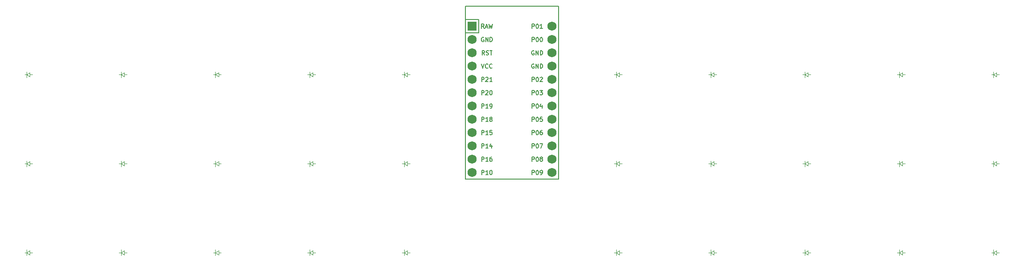
<source format=gbr>
%TF.GenerationSoftware,KiCad,Pcbnew,(6.0.4)*%
%TF.CreationDate,2022-07-04T17:45:23-04:00*%
%TF.ProjectId,satpad,73617470-6164-42e6-9b69-6361645f7063,v1.0.0*%
%TF.SameCoordinates,Original*%
%TF.FileFunction,Legend,Top*%
%TF.FilePolarity,Positive*%
%FSLAX46Y46*%
G04 Gerber Fmt 4.6, Leading zero omitted, Abs format (unit mm)*
G04 Created by KiCad (PCBNEW (6.0.4)) date 2022-07-04 17:45:23*
%MOMM*%
%LPD*%
G01*
G04 APERTURE LIST*
%ADD10C,0.150000*%
%ADD11C,0.100000*%
%ADD12R,1.752600X1.752600*%
%ADD13C,1.752600*%
G04 APERTURE END LIST*
D10*
%TO.C,MCU1*%
X86478571Y12958095D02*
X86478571Y13758095D01*
X86783333Y13758095D01*
X86859523Y13720000D01*
X86897619Y13681904D01*
X86935714Y13605714D01*
X86935714Y13491428D01*
X86897619Y13415238D01*
X86859523Y13377142D01*
X86783333Y13339047D01*
X86478571Y13339047D01*
X87697619Y12958095D02*
X87240476Y12958095D01*
X87469047Y12958095D02*
X87469047Y13758095D01*
X87392857Y13643809D01*
X87316666Y13567619D01*
X87240476Y13529523D01*
X88383333Y13758095D02*
X88230952Y13758095D01*
X88154761Y13720000D01*
X88116666Y13681904D01*
X88040476Y13567619D01*
X88002380Y13415238D01*
X88002380Y13110476D01*
X88040476Y13034285D01*
X88078571Y12996190D01*
X88154761Y12958095D01*
X88307142Y12958095D01*
X88383333Y12996190D01*
X88421428Y13034285D01*
X88459523Y13110476D01*
X88459523Y13300952D01*
X88421428Y13377142D01*
X88383333Y13415238D01*
X88307142Y13453333D01*
X88154761Y13453333D01*
X88078571Y13415238D01*
X88040476Y13377142D01*
X88002380Y13300952D01*
X86478571Y15498095D02*
X86478571Y16298095D01*
X86783333Y16298095D01*
X86859523Y16260000D01*
X86897619Y16221904D01*
X86935714Y16145714D01*
X86935714Y16031428D01*
X86897619Y15955238D01*
X86859523Y15917142D01*
X86783333Y15879047D01*
X86478571Y15879047D01*
X87697619Y15498095D02*
X87240476Y15498095D01*
X87469047Y15498095D02*
X87469047Y16298095D01*
X87392857Y16183809D01*
X87316666Y16107619D01*
X87240476Y16069523D01*
X88383333Y16031428D02*
X88383333Y15498095D01*
X88192857Y16336190D02*
X88002380Y15764761D01*
X88497619Y15764761D01*
X86383333Y31538095D02*
X86650000Y30738095D01*
X86916666Y31538095D01*
X87640476Y30814285D02*
X87602380Y30776190D01*
X87488095Y30738095D01*
X87411904Y30738095D01*
X87297619Y30776190D01*
X87221428Y30852380D01*
X87183333Y30928571D01*
X87145238Y31080952D01*
X87145238Y31195238D01*
X87183333Y31347619D01*
X87221428Y31423809D01*
X87297619Y31500000D01*
X87411904Y31538095D01*
X87488095Y31538095D01*
X87602380Y31500000D01*
X87640476Y31461904D01*
X88440476Y30814285D02*
X88402380Y30776190D01*
X88288095Y30738095D01*
X88211904Y30738095D01*
X88097619Y30776190D01*
X88021428Y30852380D01*
X87983333Y30928571D01*
X87945238Y31080952D01*
X87945238Y31195238D01*
X87983333Y31347619D01*
X88021428Y31423809D01*
X88097619Y31500000D01*
X88211904Y31538095D01*
X88288095Y31538095D01*
X88402380Y31500000D01*
X88440476Y31461904D01*
X96078571Y25658095D02*
X96078571Y26458095D01*
X96383333Y26458095D01*
X96459523Y26420000D01*
X96497619Y26381904D01*
X96535714Y26305714D01*
X96535714Y26191428D01*
X96497619Y26115238D01*
X96459523Y26077142D01*
X96383333Y26039047D01*
X96078571Y26039047D01*
X97030952Y26458095D02*
X97107142Y26458095D01*
X97183333Y26420000D01*
X97221428Y26381904D01*
X97259523Y26305714D01*
X97297619Y26153333D01*
X97297619Y25962857D01*
X97259523Y25810476D01*
X97221428Y25734285D01*
X97183333Y25696190D01*
X97107142Y25658095D01*
X97030952Y25658095D01*
X96954761Y25696190D01*
X96916666Y25734285D01*
X96878571Y25810476D01*
X96840476Y25962857D01*
X96840476Y26153333D01*
X96878571Y26305714D01*
X96916666Y26381904D01*
X96954761Y26420000D01*
X97030952Y26458095D01*
X97564285Y26458095D02*
X98059523Y26458095D01*
X97792857Y26153333D01*
X97907142Y26153333D01*
X97983333Y26115238D01*
X98021428Y26077142D01*
X98059523Y26000952D01*
X98059523Y25810476D01*
X98021428Y25734285D01*
X97983333Y25696190D01*
X97907142Y25658095D01*
X97678571Y25658095D01*
X97602380Y25696190D01*
X97564285Y25734285D01*
X86478571Y20578095D02*
X86478571Y21378095D01*
X86783333Y21378095D01*
X86859523Y21340000D01*
X86897619Y21301904D01*
X86935714Y21225714D01*
X86935714Y21111428D01*
X86897619Y21035238D01*
X86859523Y20997142D01*
X86783333Y20959047D01*
X86478571Y20959047D01*
X87697619Y20578095D02*
X87240476Y20578095D01*
X87469047Y20578095D02*
X87469047Y21378095D01*
X87392857Y21263809D01*
X87316666Y21187619D01*
X87240476Y21149523D01*
X88154761Y21035238D02*
X88078571Y21073333D01*
X88040476Y21111428D01*
X88002380Y21187619D01*
X88002380Y21225714D01*
X88040476Y21301904D01*
X88078571Y21340000D01*
X88154761Y21378095D01*
X88307142Y21378095D01*
X88383333Y21340000D01*
X88421428Y21301904D01*
X88459523Y21225714D01*
X88459523Y21187619D01*
X88421428Y21111428D01*
X88383333Y21073333D01*
X88307142Y21035238D01*
X88154761Y21035238D01*
X88078571Y20997142D01*
X88040476Y20959047D01*
X88002380Y20882857D01*
X88002380Y20730476D01*
X88040476Y20654285D01*
X88078571Y20616190D01*
X88154761Y20578095D01*
X88307142Y20578095D01*
X88383333Y20616190D01*
X88421428Y20654285D01*
X88459523Y20730476D01*
X88459523Y20882857D01*
X88421428Y20959047D01*
X88383333Y20997142D01*
X88307142Y21035238D01*
X96078571Y38358095D02*
X96078571Y39158095D01*
X96383333Y39158095D01*
X96459523Y39120000D01*
X96497619Y39081904D01*
X96535714Y39005714D01*
X96535714Y38891428D01*
X96497619Y38815238D01*
X96459523Y38777142D01*
X96383333Y38739047D01*
X96078571Y38739047D01*
X97030952Y39158095D02*
X97107142Y39158095D01*
X97183333Y39120000D01*
X97221428Y39081904D01*
X97259523Y39005714D01*
X97297619Y38853333D01*
X97297619Y38662857D01*
X97259523Y38510476D01*
X97221428Y38434285D01*
X97183333Y38396190D01*
X97107142Y38358095D01*
X97030952Y38358095D01*
X96954761Y38396190D01*
X96916666Y38434285D01*
X96878571Y38510476D01*
X96840476Y38662857D01*
X96840476Y38853333D01*
X96878571Y39005714D01*
X96916666Y39081904D01*
X96954761Y39120000D01*
X97030952Y39158095D01*
X98059523Y38358095D02*
X97602380Y38358095D01*
X97830952Y38358095D02*
X97830952Y39158095D01*
X97754761Y39043809D01*
X97678571Y38967619D01*
X97602380Y38929523D01*
X86478571Y25658095D02*
X86478571Y26458095D01*
X86783333Y26458095D01*
X86859523Y26420000D01*
X86897619Y26381904D01*
X86935714Y26305714D01*
X86935714Y26191428D01*
X86897619Y26115238D01*
X86859523Y26077142D01*
X86783333Y26039047D01*
X86478571Y26039047D01*
X87240476Y26381904D02*
X87278571Y26420000D01*
X87354761Y26458095D01*
X87545238Y26458095D01*
X87621428Y26420000D01*
X87659523Y26381904D01*
X87697619Y26305714D01*
X87697619Y26229523D01*
X87659523Y26115238D01*
X87202380Y25658095D01*
X87697619Y25658095D01*
X88192857Y26458095D02*
X88269047Y26458095D01*
X88345238Y26420000D01*
X88383333Y26381904D01*
X88421428Y26305714D01*
X88459523Y26153333D01*
X88459523Y25962857D01*
X88421428Y25810476D01*
X88383333Y25734285D01*
X88345238Y25696190D01*
X88269047Y25658095D01*
X88192857Y25658095D01*
X88116666Y25696190D01*
X88078571Y25734285D01*
X88040476Y25810476D01*
X88002380Y25962857D01*
X88002380Y26153333D01*
X88040476Y26305714D01*
X88078571Y26381904D01*
X88116666Y26420000D01*
X88192857Y26458095D01*
X96078571Y10418095D02*
X96078571Y11218095D01*
X96383333Y11218095D01*
X96459523Y11180000D01*
X96497619Y11141904D01*
X96535714Y11065714D01*
X96535714Y10951428D01*
X96497619Y10875238D01*
X96459523Y10837142D01*
X96383333Y10799047D01*
X96078571Y10799047D01*
X97030952Y11218095D02*
X97107142Y11218095D01*
X97183333Y11180000D01*
X97221428Y11141904D01*
X97259523Y11065714D01*
X97297619Y10913333D01*
X97297619Y10722857D01*
X97259523Y10570476D01*
X97221428Y10494285D01*
X97183333Y10456190D01*
X97107142Y10418095D01*
X97030952Y10418095D01*
X96954761Y10456190D01*
X96916666Y10494285D01*
X96878571Y10570476D01*
X96840476Y10722857D01*
X96840476Y10913333D01*
X96878571Y11065714D01*
X96916666Y11141904D01*
X96954761Y11180000D01*
X97030952Y11218095D01*
X97678571Y10418095D02*
X97830952Y10418095D01*
X97907142Y10456190D01*
X97945238Y10494285D01*
X98021428Y10608571D01*
X98059523Y10760952D01*
X98059523Y11065714D01*
X98021428Y11141904D01*
X97983333Y11180000D01*
X97907142Y11218095D01*
X97754761Y11218095D01*
X97678571Y11180000D01*
X97640476Y11141904D01*
X97602380Y11065714D01*
X97602380Y10875238D01*
X97640476Y10799047D01*
X97678571Y10760952D01*
X97754761Y10722857D01*
X97907142Y10722857D01*
X97983333Y10760952D01*
X98021428Y10799047D01*
X98059523Y10875238D01*
X86897619Y38358095D02*
X86630952Y38739047D01*
X86440476Y38358095D02*
X86440476Y39158095D01*
X86745238Y39158095D01*
X86821428Y39120000D01*
X86859523Y39081904D01*
X86897619Y39005714D01*
X86897619Y38891428D01*
X86859523Y38815238D01*
X86821428Y38777142D01*
X86745238Y38739047D01*
X86440476Y38739047D01*
X87202380Y38586666D02*
X87583333Y38586666D01*
X87126190Y38358095D02*
X87392857Y39158095D01*
X87659523Y38358095D01*
X87850000Y39158095D02*
X88040476Y38358095D01*
X88192857Y38929523D01*
X88345238Y38358095D01*
X88535714Y39158095D01*
X96078571Y12958095D02*
X96078571Y13758095D01*
X96383333Y13758095D01*
X96459523Y13720000D01*
X96497619Y13681904D01*
X96535714Y13605714D01*
X96535714Y13491428D01*
X96497619Y13415238D01*
X96459523Y13377142D01*
X96383333Y13339047D01*
X96078571Y13339047D01*
X97030952Y13758095D02*
X97107142Y13758095D01*
X97183333Y13720000D01*
X97221428Y13681904D01*
X97259523Y13605714D01*
X97297619Y13453333D01*
X97297619Y13262857D01*
X97259523Y13110476D01*
X97221428Y13034285D01*
X97183333Y12996190D01*
X97107142Y12958095D01*
X97030952Y12958095D01*
X96954761Y12996190D01*
X96916666Y13034285D01*
X96878571Y13110476D01*
X96840476Y13262857D01*
X96840476Y13453333D01*
X96878571Y13605714D01*
X96916666Y13681904D01*
X96954761Y13720000D01*
X97030952Y13758095D01*
X97754761Y13415238D02*
X97678571Y13453333D01*
X97640476Y13491428D01*
X97602380Y13567619D01*
X97602380Y13605714D01*
X97640476Y13681904D01*
X97678571Y13720000D01*
X97754761Y13758095D01*
X97907142Y13758095D01*
X97983333Y13720000D01*
X98021428Y13681904D01*
X98059523Y13605714D01*
X98059523Y13567619D01*
X98021428Y13491428D01*
X97983333Y13453333D01*
X97907142Y13415238D01*
X97754761Y13415238D01*
X97678571Y13377142D01*
X97640476Y13339047D01*
X97602380Y13262857D01*
X97602380Y13110476D01*
X97640476Y13034285D01*
X97678571Y12996190D01*
X97754761Y12958095D01*
X97907142Y12958095D01*
X97983333Y12996190D01*
X98021428Y13034285D01*
X98059523Y13110476D01*
X98059523Y13262857D01*
X98021428Y13339047D01*
X97983333Y13377142D01*
X97907142Y13415238D01*
X96078571Y18038095D02*
X96078571Y18838095D01*
X96383333Y18838095D01*
X96459523Y18800000D01*
X96497619Y18761904D01*
X96535714Y18685714D01*
X96535714Y18571428D01*
X96497619Y18495238D01*
X96459523Y18457142D01*
X96383333Y18419047D01*
X96078571Y18419047D01*
X97030952Y18838095D02*
X97107142Y18838095D01*
X97183333Y18800000D01*
X97221428Y18761904D01*
X97259523Y18685714D01*
X97297619Y18533333D01*
X97297619Y18342857D01*
X97259523Y18190476D01*
X97221428Y18114285D01*
X97183333Y18076190D01*
X97107142Y18038095D01*
X97030952Y18038095D01*
X96954761Y18076190D01*
X96916666Y18114285D01*
X96878571Y18190476D01*
X96840476Y18342857D01*
X96840476Y18533333D01*
X96878571Y18685714D01*
X96916666Y18761904D01*
X96954761Y18800000D01*
X97030952Y18838095D01*
X97983333Y18838095D02*
X97830952Y18838095D01*
X97754761Y18800000D01*
X97716666Y18761904D01*
X97640476Y18647619D01*
X97602380Y18495238D01*
X97602380Y18190476D01*
X97640476Y18114285D01*
X97678571Y18076190D01*
X97754761Y18038095D01*
X97907142Y18038095D01*
X97983333Y18076190D01*
X98021428Y18114285D01*
X98059523Y18190476D01*
X98059523Y18380952D01*
X98021428Y18457142D01*
X97983333Y18495238D01*
X97907142Y18533333D01*
X97754761Y18533333D01*
X97678571Y18495238D01*
X97640476Y18457142D01*
X97602380Y18380952D01*
X96078571Y23118095D02*
X96078571Y23918095D01*
X96383333Y23918095D01*
X96459523Y23880000D01*
X96497619Y23841904D01*
X96535714Y23765714D01*
X96535714Y23651428D01*
X96497619Y23575238D01*
X96459523Y23537142D01*
X96383333Y23499047D01*
X96078571Y23499047D01*
X97030952Y23918095D02*
X97107142Y23918095D01*
X97183333Y23880000D01*
X97221428Y23841904D01*
X97259523Y23765714D01*
X97297619Y23613333D01*
X97297619Y23422857D01*
X97259523Y23270476D01*
X97221428Y23194285D01*
X97183333Y23156190D01*
X97107142Y23118095D01*
X97030952Y23118095D01*
X96954761Y23156190D01*
X96916666Y23194285D01*
X96878571Y23270476D01*
X96840476Y23422857D01*
X96840476Y23613333D01*
X96878571Y23765714D01*
X96916666Y23841904D01*
X96954761Y23880000D01*
X97030952Y23918095D01*
X97983333Y23651428D02*
X97983333Y23118095D01*
X97792857Y23956190D02*
X97602380Y23384761D01*
X98097619Y23384761D01*
X86478571Y23118095D02*
X86478571Y23918095D01*
X86783333Y23918095D01*
X86859523Y23880000D01*
X86897619Y23841904D01*
X86935714Y23765714D01*
X86935714Y23651428D01*
X86897619Y23575238D01*
X86859523Y23537142D01*
X86783333Y23499047D01*
X86478571Y23499047D01*
X87697619Y23118095D02*
X87240476Y23118095D01*
X87469047Y23118095D02*
X87469047Y23918095D01*
X87392857Y23803809D01*
X87316666Y23727619D01*
X87240476Y23689523D01*
X88078571Y23118095D02*
X88230952Y23118095D01*
X88307142Y23156190D01*
X88345238Y23194285D01*
X88421428Y23308571D01*
X88459523Y23460952D01*
X88459523Y23765714D01*
X88421428Y23841904D01*
X88383333Y23880000D01*
X88307142Y23918095D01*
X88154761Y23918095D01*
X88078571Y23880000D01*
X88040476Y23841904D01*
X88002380Y23765714D01*
X88002380Y23575238D01*
X88040476Y23499047D01*
X88078571Y23460952D01*
X88154761Y23422857D01*
X88307142Y23422857D01*
X88383333Y23460952D01*
X88421428Y23499047D01*
X88459523Y23575238D01*
X86478571Y28198095D02*
X86478571Y28998095D01*
X86783333Y28998095D01*
X86859523Y28960000D01*
X86897619Y28921904D01*
X86935714Y28845714D01*
X86935714Y28731428D01*
X86897619Y28655238D01*
X86859523Y28617142D01*
X86783333Y28579047D01*
X86478571Y28579047D01*
X87240476Y28921904D02*
X87278571Y28960000D01*
X87354761Y28998095D01*
X87545238Y28998095D01*
X87621428Y28960000D01*
X87659523Y28921904D01*
X87697619Y28845714D01*
X87697619Y28769523D01*
X87659523Y28655238D01*
X87202380Y28198095D01*
X87697619Y28198095D01*
X88459523Y28198095D02*
X88002380Y28198095D01*
X88230952Y28198095D02*
X88230952Y28998095D01*
X88154761Y28883809D01*
X88078571Y28807619D01*
X88002380Y28769523D01*
X96078571Y28198095D02*
X96078571Y28998095D01*
X96383333Y28998095D01*
X96459523Y28960000D01*
X96497619Y28921904D01*
X96535714Y28845714D01*
X96535714Y28731428D01*
X96497619Y28655238D01*
X96459523Y28617142D01*
X96383333Y28579047D01*
X96078571Y28579047D01*
X97030952Y28998095D02*
X97107142Y28998095D01*
X97183333Y28960000D01*
X97221428Y28921904D01*
X97259523Y28845714D01*
X97297619Y28693333D01*
X97297619Y28502857D01*
X97259523Y28350476D01*
X97221428Y28274285D01*
X97183333Y28236190D01*
X97107142Y28198095D01*
X97030952Y28198095D01*
X96954761Y28236190D01*
X96916666Y28274285D01*
X96878571Y28350476D01*
X96840476Y28502857D01*
X96840476Y28693333D01*
X96878571Y28845714D01*
X96916666Y28921904D01*
X96954761Y28960000D01*
X97030952Y28998095D01*
X97602380Y28921904D02*
X97640476Y28960000D01*
X97716666Y28998095D01*
X97907142Y28998095D01*
X97983333Y28960000D01*
X98021428Y28921904D01*
X98059523Y28845714D01*
X98059523Y28769523D01*
X98021428Y28655238D01*
X97564285Y28198095D01*
X98059523Y28198095D01*
X86478571Y10418095D02*
X86478571Y11218095D01*
X86783333Y11218095D01*
X86859523Y11180000D01*
X86897619Y11141904D01*
X86935714Y11065714D01*
X86935714Y10951428D01*
X86897619Y10875238D01*
X86859523Y10837142D01*
X86783333Y10799047D01*
X86478571Y10799047D01*
X87697619Y10418095D02*
X87240476Y10418095D01*
X87469047Y10418095D02*
X87469047Y11218095D01*
X87392857Y11103809D01*
X87316666Y11027619D01*
X87240476Y10989523D01*
X88192857Y11218095D02*
X88269047Y11218095D01*
X88345238Y11180000D01*
X88383333Y11141904D01*
X88421428Y11065714D01*
X88459523Y10913333D01*
X88459523Y10722857D01*
X88421428Y10570476D01*
X88383333Y10494285D01*
X88345238Y10456190D01*
X88269047Y10418095D01*
X88192857Y10418095D01*
X88116666Y10456190D01*
X88078571Y10494285D01*
X88040476Y10570476D01*
X88002380Y10722857D01*
X88002380Y10913333D01*
X88040476Y11065714D01*
X88078571Y11141904D01*
X88116666Y11180000D01*
X88192857Y11218095D01*
X86840476Y36580000D02*
X86764285Y36618095D01*
X86650000Y36618095D01*
X86535714Y36580000D01*
X86459523Y36503809D01*
X86421428Y36427619D01*
X86383333Y36275238D01*
X86383333Y36160952D01*
X86421428Y36008571D01*
X86459523Y35932380D01*
X86535714Y35856190D01*
X86650000Y35818095D01*
X86726190Y35818095D01*
X86840476Y35856190D01*
X86878571Y35894285D01*
X86878571Y36160952D01*
X86726190Y36160952D01*
X87221428Y35818095D02*
X87221428Y36618095D01*
X87678571Y35818095D01*
X87678571Y36618095D01*
X88059523Y35818095D02*
X88059523Y36618095D01*
X88250000Y36618095D01*
X88364285Y36580000D01*
X88440476Y36503809D01*
X88478571Y36427619D01*
X88516666Y36275238D01*
X88516666Y36160952D01*
X88478571Y36008571D01*
X88440476Y35932380D01*
X88364285Y35856190D01*
X88250000Y35818095D01*
X88059523Y35818095D01*
X96078571Y15498095D02*
X96078571Y16298095D01*
X96383333Y16298095D01*
X96459523Y16260000D01*
X96497619Y16221904D01*
X96535714Y16145714D01*
X96535714Y16031428D01*
X96497619Y15955238D01*
X96459523Y15917142D01*
X96383333Y15879047D01*
X96078571Y15879047D01*
X97030952Y16298095D02*
X97107142Y16298095D01*
X97183333Y16260000D01*
X97221428Y16221904D01*
X97259523Y16145714D01*
X97297619Y15993333D01*
X97297619Y15802857D01*
X97259523Y15650476D01*
X97221428Y15574285D01*
X97183333Y15536190D01*
X97107142Y15498095D01*
X97030952Y15498095D01*
X96954761Y15536190D01*
X96916666Y15574285D01*
X96878571Y15650476D01*
X96840476Y15802857D01*
X96840476Y15993333D01*
X96878571Y16145714D01*
X96916666Y16221904D01*
X96954761Y16260000D01*
X97030952Y16298095D01*
X97564285Y16298095D02*
X98097619Y16298095D01*
X97754761Y15498095D01*
X96440476Y31500000D02*
X96364285Y31538095D01*
X96250000Y31538095D01*
X96135714Y31500000D01*
X96059523Y31423809D01*
X96021428Y31347619D01*
X95983333Y31195238D01*
X95983333Y31080952D01*
X96021428Y30928571D01*
X96059523Y30852380D01*
X96135714Y30776190D01*
X96250000Y30738095D01*
X96326190Y30738095D01*
X96440476Y30776190D01*
X96478571Y30814285D01*
X96478571Y31080952D01*
X96326190Y31080952D01*
X96821428Y30738095D02*
X96821428Y31538095D01*
X97278571Y30738095D01*
X97278571Y31538095D01*
X97659523Y30738095D02*
X97659523Y31538095D01*
X97850000Y31538095D01*
X97964285Y31500000D01*
X98040476Y31423809D01*
X98078571Y31347619D01*
X98116666Y31195238D01*
X98116666Y31080952D01*
X98078571Y30928571D01*
X98040476Y30852380D01*
X97964285Y30776190D01*
X97850000Y30738095D01*
X97659523Y30738095D01*
X87011904Y33278095D02*
X86745238Y33659047D01*
X86554761Y33278095D02*
X86554761Y34078095D01*
X86859523Y34078095D01*
X86935714Y34040000D01*
X86973809Y34001904D01*
X87011904Y33925714D01*
X87011904Y33811428D01*
X86973809Y33735238D01*
X86935714Y33697142D01*
X86859523Y33659047D01*
X86554761Y33659047D01*
X87316666Y33316190D02*
X87430952Y33278095D01*
X87621428Y33278095D01*
X87697619Y33316190D01*
X87735714Y33354285D01*
X87773809Y33430476D01*
X87773809Y33506666D01*
X87735714Y33582857D01*
X87697619Y33620952D01*
X87621428Y33659047D01*
X87469047Y33697142D01*
X87392857Y33735238D01*
X87354761Y33773333D01*
X87316666Y33849523D01*
X87316666Y33925714D01*
X87354761Y34001904D01*
X87392857Y34040000D01*
X87469047Y34078095D01*
X87659523Y34078095D01*
X87773809Y34040000D01*
X88002380Y34078095D02*
X88459523Y34078095D01*
X88230952Y33278095D02*
X88230952Y34078095D01*
X86478571Y18038095D02*
X86478571Y18838095D01*
X86783333Y18838095D01*
X86859523Y18800000D01*
X86897619Y18761904D01*
X86935714Y18685714D01*
X86935714Y18571428D01*
X86897619Y18495238D01*
X86859523Y18457142D01*
X86783333Y18419047D01*
X86478571Y18419047D01*
X87697619Y18038095D02*
X87240476Y18038095D01*
X87469047Y18038095D02*
X87469047Y18838095D01*
X87392857Y18723809D01*
X87316666Y18647619D01*
X87240476Y18609523D01*
X88421428Y18838095D02*
X88040476Y18838095D01*
X88002380Y18457142D01*
X88040476Y18495238D01*
X88116666Y18533333D01*
X88307142Y18533333D01*
X88383333Y18495238D01*
X88421428Y18457142D01*
X88459523Y18380952D01*
X88459523Y18190476D01*
X88421428Y18114285D01*
X88383333Y18076190D01*
X88307142Y18038095D01*
X88116666Y18038095D01*
X88040476Y18076190D01*
X88002380Y18114285D01*
X96078571Y35818095D02*
X96078571Y36618095D01*
X96383333Y36618095D01*
X96459523Y36580000D01*
X96497619Y36541904D01*
X96535714Y36465714D01*
X96535714Y36351428D01*
X96497619Y36275238D01*
X96459523Y36237142D01*
X96383333Y36199047D01*
X96078571Y36199047D01*
X97030952Y36618095D02*
X97107142Y36618095D01*
X97183333Y36580000D01*
X97221428Y36541904D01*
X97259523Y36465714D01*
X97297619Y36313333D01*
X97297619Y36122857D01*
X97259523Y35970476D01*
X97221428Y35894285D01*
X97183333Y35856190D01*
X97107142Y35818095D01*
X97030952Y35818095D01*
X96954761Y35856190D01*
X96916666Y35894285D01*
X96878571Y35970476D01*
X96840476Y36122857D01*
X96840476Y36313333D01*
X96878571Y36465714D01*
X96916666Y36541904D01*
X96954761Y36580000D01*
X97030952Y36618095D01*
X97792857Y36618095D02*
X97869047Y36618095D01*
X97945238Y36580000D01*
X97983333Y36541904D01*
X98021428Y36465714D01*
X98059523Y36313333D01*
X98059523Y36122857D01*
X98021428Y35970476D01*
X97983333Y35894285D01*
X97945238Y35856190D01*
X97869047Y35818095D01*
X97792857Y35818095D01*
X97716666Y35856190D01*
X97678571Y35894285D01*
X97640476Y35970476D01*
X97602380Y36122857D01*
X97602380Y36313333D01*
X97640476Y36465714D01*
X97678571Y36541904D01*
X97716666Y36580000D01*
X97792857Y36618095D01*
X96440476Y34040000D02*
X96364285Y34078095D01*
X96250000Y34078095D01*
X96135714Y34040000D01*
X96059523Y33963809D01*
X96021428Y33887619D01*
X95983333Y33735238D01*
X95983333Y33620952D01*
X96021428Y33468571D01*
X96059523Y33392380D01*
X96135714Y33316190D01*
X96250000Y33278095D01*
X96326190Y33278095D01*
X96440476Y33316190D01*
X96478571Y33354285D01*
X96478571Y33620952D01*
X96326190Y33620952D01*
X96821428Y33278095D02*
X96821428Y34078095D01*
X97278571Y33278095D01*
X97278571Y34078095D01*
X97659523Y33278095D02*
X97659523Y34078095D01*
X97850000Y34078095D01*
X97964285Y34040000D01*
X98040476Y33963809D01*
X98078571Y33887619D01*
X98116666Y33735238D01*
X98116666Y33620952D01*
X98078571Y33468571D01*
X98040476Y33392380D01*
X97964285Y33316190D01*
X97850000Y33278095D01*
X97659523Y33278095D01*
X96078571Y20578095D02*
X96078571Y21378095D01*
X96383333Y21378095D01*
X96459523Y21340000D01*
X96497619Y21301904D01*
X96535714Y21225714D01*
X96535714Y21111428D01*
X96497619Y21035238D01*
X96459523Y20997142D01*
X96383333Y20959047D01*
X96078571Y20959047D01*
X97030952Y21378095D02*
X97107142Y21378095D01*
X97183333Y21340000D01*
X97221428Y21301904D01*
X97259523Y21225714D01*
X97297619Y21073333D01*
X97297619Y20882857D01*
X97259523Y20730476D01*
X97221428Y20654285D01*
X97183333Y20616190D01*
X97107142Y20578095D01*
X97030952Y20578095D01*
X96954761Y20616190D01*
X96916666Y20654285D01*
X96878571Y20730476D01*
X96840476Y20882857D01*
X96840476Y21073333D01*
X96878571Y21225714D01*
X96916666Y21301904D01*
X96954761Y21340000D01*
X97030952Y21378095D01*
X98021428Y21378095D02*
X97640476Y21378095D01*
X97602380Y20997142D01*
X97640476Y21035238D01*
X97716666Y21073333D01*
X97907142Y21073333D01*
X97983333Y21035238D01*
X98021428Y20997142D01*
X98059523Y20920952D01*
X98059523Y20730476D01*
X98021428Y20654285D01*
X97983333Y20616190D01*
X97907142Y20578095D01*
X97716666Y20578095D01*
X97640476Y20616190D01*
X97602380Y20654285D01*
D11*
%TO.C,D9*%
X35650000Y29500000D02*
X35650000Y28950000D01*
X36250000Y29500000D02*
X36750000Y29500000D01*
X35650000Y29500000D02*
X36250000Y29900000D01*
X35650000Y29500000D02*
X35650000Y30050000D01*
X35250000Y29500000D02*
X35650000Y29500000D01*
X36250000Y29900000D02*
X36250000Y29100000D01*
X36250000Y29100000D02*
X35650000Y29500000D01*
%TO.C,D1*%
X-750000Y-4500000D02*
X-350000Y-4500000D01*
X-350000Y-4500000D02*
X250000Y-4100000D01*
X250000Y-4900000D02*
X-350000Y-4500000D01*
X-350000Y-4500000D02*
X-350000Y-3950000D01*
X250000Y-4500000D02*
X750000Y-4500000D01*
X-350000Y-4500000D02*
X-350000Y-5050000D01*
X250000Y-4100000D02*
X250000Y-4900000D01*
%TO.C,D5*%
X17650000Y12500000D02*
X18250000Y12900000D01*
X17650000Y12500000D02*
X17650000Y13050000D01*
X18250000Y12900000D02*
X18250000Y12100000D01*
X18250000Y12100000D02*
X17650000Y12500000D01*
X18250000Y12500000D02*
X18750000Y12500000D01*
X17650000Y12500000D02*
X17650000Y11950000D01*
X17250000Y12500000D02*
X17650000Y12500000D01*
%TO.C,D11*%
X54250000Y12900000D02*
X54250000Y12100000D01*
X53650000Y12500000D02*
X53650000Y11950000D01*
X53250000Y12500000D02*
X53650000Y12500000D01*
X54250000Y12500000D02*
X54750000Y12500000D01*
X53650000Y12500000D02*
X53650000Y13050000D01*
X53650000Y12500000D02*
X54250000Y12900000D01*
X54250000Y12100000D02*
X53650000Y12500000D01*
%TO.C,D30*%
X184750000Y29900000D02*
X184750000Y29100000D01*
X183750000Y29500000D02*
X184150000Y29500000D01*
X184750000Y29100000D02*
X184150000Y29500000D01*
X184150000Y29500000D02*
X184150000Y30050000D01*
X184750000Y29500000D02*
X185250000Y29500000D01*
X184150000Y29500000D02*
X184750000Y29900000D01*
X184150000Y29500000D02*
X184150000Y28950000D01*
%TO.C,D19*%
X130750000Y-4900000D02*
X130150000Y-4500000D01*
X129750000Y-4500000D02*
X130150000Y-4500000D01*
X130150000Y-4500000D02*
X130150000Y-5050000D01*
X130150000Y-4500000D02*
X130750000Y-4100000D01*
X130750000Y-4100000D02*
X130750000Y-4900000D01*
X130150000Y-4500000D02*
X130150000Y-3950000D01*
X130750000Y-4500000D02*
X131250000Y-4500000D01*
%TO.C,D10*%
X54250000Y-4900000D02*
X53650000Y-4500000D01*
X54250000Y-4100000D02*
X54250000Y-4900000D01*
X53650000Y-4500000D02*
X54250000Y-4100000D01*
X53250000Y-4500000D02*
X53650000Y-4500000D01*
X53650000Y-4500000D02*
X53650000Y-5050000D01*
X53650000Y-4500000D02*
X53650000Y-3950000D01*
X54250000Y-4500000D02*
X54750000Y-4500000D01*
%TO.C,D8*%
X35650000Y12500000D02*
X36250000Y12900000D01*
X36250000Y12500000D02*
X36750000Y12500000D01*
X35250000Y12500000D02*
X35650000Y12500000D01*
X35650000Y12500000D02*
X35650000Y13050000D01*
X36250000Y12100000D02*
X35650000Y12500000D01*
X36250000Y12900000D02*
X36250000Y12100000D01*
X35650000Y12500000D02*
X35650000Y11950000D01*
%TO.C,D26*%
X166750000Y12900000D02*
X166750000Y12100000D01*
X166150000Y12500000D02*
X166150000Y11950000D01*
X165750000Y12500000D02*
X166150000Y12500000D01*
X166750000Y12100000D02*
X166150000Y12500000D01*
X166150000Y12500000D02*
X166150000Y13050000D01*
X166150000Y12500000D02*
X166750000Y12900000D01*
X166750000Y12500000D02*
X167250000Y12500000D01*
%TO.C,D25*%
X165750000Y-4500000D02*
X166150000Y-4500000D01*
X166150000Y-4500000D02*
X166150000Y-5050000D01*
X166150000Y-4500000D02*
X166150000Y-3950000D01*
X166750000Y-4900000D02*
X166150000Y-4500000D01*
X166750000Y-4500000D02*
X167250000Y-4500000D01*
X166150000Y-4500000D02*
X166750000Y-4100000D01*
X166750000Y-4100000D02*
X166750000Y-4900000D01*
D10*
%TO.C,MCU1*%
X85900000Y39990000D02*
X83360000Y39990000D01*
X85900000Y37450000D02*
X83360000Y37450000D01*
X101140000Y9510000D02*
X101140000Y42530000D01*
X83360000Y9510000D02*
X101140000Y9510000D01*
X83360000Y42530000D02*
X83360000Y9510000D01*
X85900000Y39990000D02*
X85900000Y37450000D01*
X101140000Y42530000D02*
X83360000Y42530000D01*
D11*
%TO.C,D4*%
X18250000Y-4500000D02*
X18750000Y-4500000D01*
X17650000Y-4500000D02*
X18250000Y-4100000D01*
X17650000Y-4500000D02*
X17650000Y-3950000D01*
X17650000Y-4500000D02*
X17650000Y-5050000D01*
X17250000Y-4500000D02*
X17650000Y-4500000D01*
X18250000Y-4100000D02*
X18250000Y-4900000D01*
X18250000Y-4900000D02*
X17650000Y-4500000D01*
%TO.C,D7*%
X35650000Y-4500000D02*
X36250000Y-4100000D01*
X36250000Y-4100000D02*
X36250000Y-4900000D01*
X36250000Y-4500000D02*
X36750000Y-4500000D01*
X35650000Y-4500000D02*
X35650000Y-3950000D01*
X35650000Y-4500000D02*
X35650000Y-5050000D01*
X36250000Y-4900000D02*
X35650000Y-4500000D01*
X35250000Y-4500000D02*
X35650000Y-4500000D01*
%TO.C,D17*%
X112750000Y12100000D02*
X112150000Y12500000D01*
X111750000Y12500000D02*
X112150000Y12500000D01*
X112750000Y12500000D02*
X113250000Y12500000D01*
X112150000Y12500000D02*
X112150000Y13050000D01*
X112150000Y12500000D02*
X112750000Y12900000D01*
X112750000Y12900000D02*
X112750000Y12100000D01*
X112150000Y12500000D02*
X112150000Y11950000D01*
%TO.C,D13*%
X71250000Y-4500000D02*
X71650000Y-4500000D01*
X71650000Y-4500000D02*
X71650000Y-3950000D01*
X72250000Y-4500000D02*
X72750000Y-4500000D01*
X71650000Y-4500000D02*
X72250000Y-4100000D01*
X72250000Y-4900000D02*
X71650000Y-4500000D01*
X71650000Y-4500000D02*
X71650000Y-5050000D01*
X72250000Y-4100000D02*
X72250000Y-4900000D01*
%TO.C,D14*%
X71650000Y12500000D02*
X72250000Y12900000D01*
X71250000Y12500000D02*
X71650000Y12500000D01*
X72250000Y12900000D02*
X72250000Y12100000D01*
X71650000Y12500000D02*
X71650000Y13050000D01*
X72250000Y12100000D02*
X71650000Y12500000D01*
X71650000Y12500000D02*
X71650000Y11950000D01*
X72250000Y12500000D02*
X72750000Y12500000D01*
%TO.C,D16*%
X112750000Y-4100000D02*
X112750000Y-4900000D01*
X112750000Y-4500000D02*
X113250000Y-4500000D01*
X112150000Y-4500000D02*
X112150000Y-3950000D01*
X112150000Y-4500000D02*
X112150000Y-5050000D01*
X112150000Y-4500000D02*
X112750000Y-4100000D01*
X111750000Y-4500000D02*
X112150000Y-4500000D01*
X112750000Y-4900000D02*
X112150000Y-4500000D01*
%TO.C,D24*%
X147750000Y29500000D02*
X148150000Y29500000D01*
X148150000Y29500000D02*
X148150000Y30050000D01*
X148750000Y29100000D02*
X148150000Y29500000D01*
X148150000Y29500000D02*
X148150000Y28950000D01*
X148150000Y29500000D02*
X148750000Y29900000D01*
X148750000Y29900000D02*
X148750000Y29100000D01*
X148750000Y29500000D02*
X149250000Y29500000D01*
%TO.C,D21*%
X130750000Y29500000D02*
X131250000Y29500000D01*
X130750000Y29100000D02*
X130150000Y29500000D01*
X130150000Y29500000D02*
X130150000Y30050000D01*
X130150000Y29500000D02*
X130750000Y29900000D01*
X129750000Y29500000D02*
X130150000Y29500000D01*
X130150000Y29500000D02*
X130150000Y28950000D01*
X130750000Y29900000D02*
X130750000Y29100000D01*
%TO.C,D29*%
X184750000Y12100000D02*
X184150000Y12500000D01*
X183750000Y12500000D02*
X184150000Y12500000D01*
X184150000Y12500000D02*
X184150000Y13050000D01*
X184150000Y12500000D02*
X184750000Y12900000D01*
X184750000Y12900000D02*
X184750000Y12100000D01*
X184750000Y12500000D02*
X185250000Y12500000D01*
X184150000Y12500000D02*
X184150000Y11950000D01*
%TO.C,D20*%
X129750000Y12500000D02*
X130150000Y12500000D01*
X130750000Y12500000D02*
X131250000Y12500000D01*
X130150000Y12500000D02*
X130150000Y11950000D01*
X130750000Y12900000D02*
X130750000Y12100000D01*
X130750000Y12100000D02*
X130150000Y12500000D01*
X130150000Y12500000D02*
X130750000Y12900000D01*
X130150000Y12500000D02*
X130150000Y13050000D01*
%TO.C,D15*%
X72250000Y29100000D02*
X71650000Y29500000D01*
X71250000Y29500000D02*
X71650000Y29500000D01*
X71650000Y29500000D02*
X71650000Y28950000D01*
X72250000Y29500000D02*
X72750000Y29500000D01*
X71650000Y29500000D02*
X71650000Y30050000D01*
X71650000Y29500000D02*
X72250000Y29900000D01*
X72250000Y29900000D02*
X72250000Y29100000D01*
%TO.C,D22*%
X148750000Y-4100000D02*
X148750000Y-4900000D01*
X148150000Y-4500000D02*
X148150000Y-3950000D01*
X147750000Y-4500000D02*
X148150000Y-4500000D01*
X148750000Y-4900000D02*
X148150000Y-4500000D01*
X148150000Y-4500000D02*
X148750000Y-4100000D01*
X148750000Y-4500000D02*
X149250000Y-4500000D01*
X148150000Y-4500000D02*
X148150000Y-5050000D01*
%TO.C,D28*%
X184150000Y-4500000D02*
X184750000Y-4100000D01*
X184750000Y-4500000D02*
X185250000Y-4500000D01*
X184150000Y-4500000D02*
X184150000Y-3950000D01*
X184150000Y-4500000D02*
X184150000Y-5050000D01*
X184750000Y-4900000D02*
X184150000Y-4500000D01*
X184750000Y-4100000D02*
X184750000Y-4900000D01*
X183750000Y-4500000D02*
X184150000Y-4500000D01*
%TO.C,D6*%
X18250000Y29500000D02*
X18750000Y29500000D01*
X18250000Y29100000D02*
X17650000Y29500000D01*
X17250000Y29500000D02*
X17650000Y29500000D01*
X17650000Y29500000D02*
X17650000Y28950000D01*
X17650000Y29500000D02*
X17650000Y30050000D01*
X17650000Y29500000D02*
X18250000Y29900000D01*
X18250000Y29900000D02*
X18250000Y29100000D01*
%TO.C,D18*%
X112150000Y29500000D02*
X112150000Y28950000D01*
X112750000Y29100000D02*
X112150000Y29500000D01*
X112750000Y29500000D02*
X113250000Y29500000D01*
X111750000Y29500000D02*
X112150000Y29500000D01*
X112750000Y29900000D02*
X112750000Y29100000D01*
X112150000Y29500000D02*
X112750000Y29900000D01*
X112150000Y29500000D02*
X112150000Y30050000D01*
%TO.C,D23*%
X148750000Y12100000D02*
X148150000Y12500000D01*
X148150000Y12500000D02*
X148750000Y12900000D01*
X147750000Y12500000D02*
X148150000Y12500000D01*
X148150000Y12500000D02*
X148150000Y11950000D01*
X148750000Y12900000D02*
X148750000Y12100000D01*
X148750000Y12500000D02*
X149250000Y12500000D01*
X148150000Y12500000D02*
X148150000Y13050000D01*
%TO.C,D2*%
X250000Y12900000D02*
X250000Y12100000D01*
X-350000Y12500000D02*
X-350000Y13050000D01*
X-350000Y12500000D02*
X250000Y12900000D01*
X250000Y12100000D02*
X-350000Y12500000D01*
X-350000Y12500000D02*
X-350000Y11950000D01*
X-750000Y12500000D02*
X-350000Y12500000D01*
X250000Y12500000D02*
X750000Y12500000D01*
%TO.C,D27*%
X166750000Y29500000D02*
X167250000Y29500000D01*
X165750000Y29500000D02*
X166150000Y29500000D01*
X166150000Y29500000D02*
X166750000Y29900000D01*
X166750000Y29100000D02*
X166150000Y29500000D01*
X166150000Y29500000D02*
X166150000Y30050000D01*
X166750000Y29900000D02*
X166750000Y29100000D01*
X166150000Y29500000D02*
X166150000Y28950000D01*
%TO.C,D3*%
X250000Y29500000D02*
X750000Y29500000D01*
X-350000Y29500000D02*
X-350000Y30050000D01*
X250000Y29900000D02*
X250000Y29100000D01*
X250000Y29100000D02*
X-350000Y29500000D01*
X-350000Y29500000D02*
X-350000Y28950000D01*
X-350000Y29500000D02*
X250000Y29900000D01*
X-750000Y29500000D02*
X-350000Y29500000D01*
%TO.C,D12*%
X54250000Y29500000D02*
X54750000Y29500000D01*
X54250000Y29900000D02*
X54250000Y29100000D01*
X53650000Y29500000D02*
X54250000Y29900000D01*
X53250000Y29500000D02*
X53650000Y29500000D01*
X53650000Y29500000D02*
X53650000Y28950000D01*
X54250000Y29100000D02*
X53650000Y29500000D01*
X53650000Y29500000D02*
X53650000Y30050000D01*
%TD*%
D12*
%TO.C,MCU1*%
X84630000Y38720000D03*
D13*
X84630000Y36180000D03*
X84630000Y33640000D03*
X84630000Y31100000D03*
X84630000Y28560000D03*
X84630000Y26020000D03*
X84630000Y23480000D03*
X84630000Y20940000D03*
X84630000Y18400000D03*
X84630000Y15860000D03*
X84630000Y13320000D03*
X84630000Y10780000D03*
X99870000Y38720000D03*
X99870000Y36180000D03*
X99870000Y33640000D03*
X99870000Y31100000D03*
X99870000Y28560000D03*
X99870000Y26020000D03*
X99870000Y23480000D03*
X99870000Y20940000D03*
X99870000Y18400000D03*
X99870000Y15860000D03*
X99870000Y13320000D03*
X99870000Y10780000D03*
%TD*%
M02*

</source>
